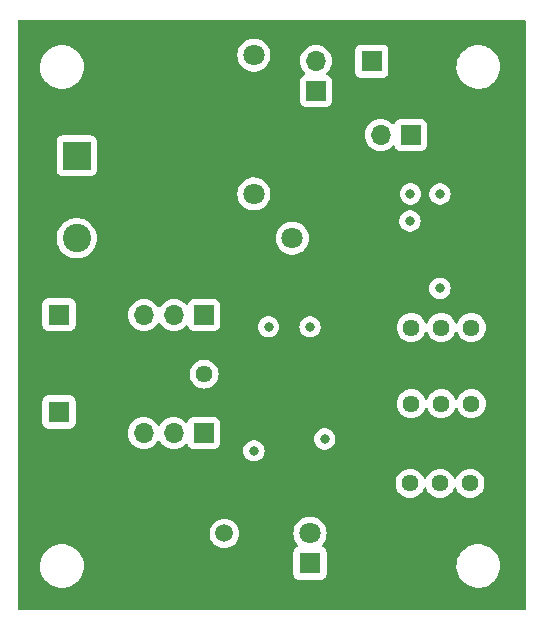
<source format=gbr>
%TF.GenerationSoftware,KiCad,Pcbnew,7.0.11-7.0.11~ubuntu22.04.1*%
%TF.CreationDate,2024-03-09T07:06:09+01:00*%
%TF.ProjectId,elcirc2024,656c6369-7263-4323-9032-342e6b696361,rev?*%
%TF.SameCoordinates,Original*%
%TF.FileFunction,Copper,L3,Inr*%
%TF.FilePolarity,Positive*%
%FSLAX46Y46*%
G04 Gerber Fmt 4.6, Leading zero omitted, Abs format (unit mm)*
G04 Created by KiCad (PCBNEW 7.0.11-7.0.11~ubuntu22.04.1) date 2024-03-09 07:06:09*
%MOMM*%
%LPD*%
G01*
G04 APERTURE LIST*
%TA.AperFunction,ComponentPad*%
%ADD10R,1.800000X1.800000*%
%TD*%
%TA.AperFunction,ComponentPad*%
%ADD11C,1.800000*%
%TD*%
%TA.AperFunction,ComponentPad*%
%ADD12C,1.500000*%
%TD*%
%TA.AperFunction,ComponentPad*%
%ADD13C,1.440000*%
%TD*%
%TA.AperFunction,ComponentPad*%
%ADD14R,1.700000X1.700000*%
%TD*%
%TA.AperFunction,ComponentPad*%
%ADD15O,1.700000X1.700000*%
%TD*%
%TA.AperFunction,ComponentPad*%
%ADD16R,2.400000X2.400000*%
%TD*%
%TA.AperFunction,ComponentPad*%
%ADD17C,2.400000*%
%TD*%
%TA.AperFunction,ViaPad*%
%ADD18C,1.800000*%
%TD*%
%TA.AperFunction,ViaPad*%
%ADD19C,0.800000*%
%TD*%
%TA.AperFunction,ViaPad*%
%ADD20C,1.100000*%
%TD*%
G04 APERTURE END LIST*
D10*
%TO.N,Net-(LED1-K)*%
%TO.C,LED1*%
X100000000Y-100525000D03*
D11*
%TO.N,Net-(JP3-A)*%
X100000000Y-97985000D03*
%TD*%
D12*
%TO.N,Net-(JP1-A)*%
%TO.C,PHR1*%
X92750000Y-98000000D03*
%TO.N,GNDREF*%
X92750000Y-100500000D03*
%TD*%
D10*
%TO.N,Net-(J2-Pin_1)*%
%TO.C,J2*%
X105230000Y-58000000D03*
D11*
%TO.N,GNDREF*%
X107770000Y-58000000D03*
%TD*%
D13*
%TO.N,Net-(U2D--)*%
%TO.C,TR3*%
X113657500Y-87010000D03*
%TO.N,Net-(C9-Pad1)*%
X111117500Y-87010000D03*
X108577500Y-87010000D03*
%TD*%
D14*
%TO.N,Net-(JP3-A)*%
%TO.C,JP3*%
X100500000Y-60525000D03*
D15*
%TO.N,Net-(J2-Pin_1)*%
X100500000Y-57985000D03*
%TD*%
D10*
%TO.N,Net-(J4-Pin_1)*%
%TO.C,J4*%
X78750000Y-87710000D03*
D11*
%TO.N,GNDREF*%
X78750000Y-90250000D03*
%TD*%
D14*
%TO.N,Net-(JP2-A)*%
%TO.C,JP2*%
X91025000Y-79500000D03*
D15*
%TO.N,Net-(JP2-C)*%
X88485000Y-79500000D03*
%TO.N,Net-(J3-Pin_1)*%
X85945000Y-79500000D03*
%TD*%
D14*
%TO.N,Net-(JP1-A)*%
%TO.C,JP1*%
X91000000Y-89500000D03*
D15*
%TO.N,Net-(JP1-C)*%
X88460000Y-89500000D03*
%TO.N,Net-(J4-Pin_1)*%
X85920000Y-89500000D03*
%TD*%
D16*
%TO.N,+12V*%
%TO.C,J1*%
X80250000Y-66000000D03*
D17*
%TO.N,GNDREF*%
X80250000Y-69500000D03*
%TO.N,-12V*%
X80250000Y-73000000D03*
%TD*%
D10*
%TO.N,Net-(J3-Pin_1)*%
%TO.C,J3*%
X78750000Y-79460000D03*
D11*
%TO.N,GNDREF*%
X78750000Y-82000000D03*
%TD*%
D13*
%TO.N,Net-(U2C--)*%
%TO.C,TR2*%
X113657500Y-80560000D03*
%TO.N,Net-(C9-Pad1)*%
X111117500Y-80560000D03*
X108577500Y-80560000D03*
%TD*%
%TO.N,GNDREF*%
%TO.C,TR4*%
X85950000Y-84500000D03*
X88490000Y-84500000D03*
%TO.N,Net-(JP2-A)*%
X91030000Y-84500000D03*
%TD*%
%TO.N,Net-(R8-Pad1)*%
%TO.C,TR1*%
X113550000Y-93750000D03*
%TO.N,Net-(U2A--)*%
X111010000Y-93750000D03*
X108470000Y-93750000D03*
%TD*%
D14*
%TO.N,Net-(JP4-A)*%
%TO.C,JP4*%
X108525000Y-64250000D03*
D15*
%TO.N,Net-(JP4-B)*%
X105985000Y-64250000D03*
%TD*%
D18*
%TO.N,+12V*%
X95250000Y-69250000D03*
X95250000Y-57500000D03*
D19*
X108500000Y-69250000D03*
X100000000Y-80500000D03*
X96500000Y-80500000D03*
X95250000Y-91000000D03*
%TO.N,GNDREF*%
X103250000Y-87250000D03*
X107192500Y-66307500D03*
D20*
X107000000Y-102500000D03*
D19*
X102750000Y-85135000D03*
X109750000Y-74250000D03*
X103250000Y-81750000D03*
X107250000Y-74250000D03*
X109732500Y-66267500D03*
D18*
X89750000Y-65250000D03*
%TO.N,-12V*%
X98500000Y-73000000D03*
D19*
X108462500Y-71537500D03*
X101250000Y-90000000D03*
%TO.N,Net-(U2D--)*%
X111000000Y-77250000D03*
%TO.N,Net-(U2A--)*%
X111000000Y-69250000D03*
%TD*%
%TA.AperFunction,Conductor*%
%TO.N,GNDREF*%
G36*
X118193039Y-54519685D02*
G01*
X118238794Y-54572489D01*
X118250000Y-54624000D01*
X118250000Y-104376000D01*
X118230315Y-104443039D01*
X118177511Y-104488794D01*
X118126000Y-104500000D01*
X75374000Y-104500000D01*
X75306961Y-104480315D01*
X75261206Y-104427511D01*
X75250000Y-104376000D01*
X75250000Y-100817763D01*
X77145787Y-100817763D01*
X77175413Y-101087013D01*
X77175415Y-101087024D01*
X77243926Y-101349082D01*
X77243928Y-101349088D01*
X77349870Y-101598390D01*
X77391947Y-101667335D01*
X77490979Y-101829605D01*
X77490986Y-101829615D01*
X77664253Y-102037819D01*
X77664259Y-102037824D01*
X77865998Y-102218582D01*
X78091910Y-102368044D01*
X78337176Y-102483020D01*
X78337183Y-102483022D01*
X78337185Y-102483023D01*
X78596557Y-102561057D01*
X78596564Y-102561058D01*
X78596569Y-102561060D01*
X78864561Y-102600500D01*
X78864566Y-102600500D01*
X79067629Y-102600500D01*
X79067631Y-102600500D01*
X79067636Y-102600499D01*
X79067648Y-102600499D01*
X79105191Y-102597750D01*
X79270156Y-102585677D01*
X79382758Y-102560593D01*
X79534546Y-102526782D01*
X79534548Y-102526781D01*
X79534553Y-102526780D01*
X79787558Y-102430014D01*
X80023777Y-102297441D01*
X80238177Y-102131888D01*
X80426186Y-101936881D01*
X80583799Y-101716579D01*
X80678450Y-101532482D01*
X80707649Y-101475690D01*
X80707651Y-101475684D01*
X80707656Y-101475675D01*
X80795118Y-101219305D01*
X80844319Y-100952933D01*
X80854212Y-100682235D01*
X80824586Y-100412982D01*
X80756072Y-100150912D01*
X80650130Y-99901610D01*
X80509018Y-99670390D01*
X80431406Y-99577129D01*
X80335746Y-99462180D01*
X80335740Y-99462175D01*
X80134002Y-99281418D01*
X79908092Y-99131957D01*
X79908090Y-99131956D01*
X79662824Y-99016980D01*
X79662819Y-99016978D01*
X79662814Y-99016976D01*
X79403442Y-98938942D01*
X79403428Y-98938939D01*
X79287791Y-98921921D01*
X79135439Y-98899500D01*
X78932369Y-98899500D01*
X78932351Y-98899500D01*
X78729844Y-98914323D01*
X78729831Y-98914325D01*
X78465453Y-98973217D01*
X78465446Y-98973220D01*
X78212439Y-99069987D01*
X77976226Y-99202557D01*
X77761822Y-99368112D01*
X77573822Y-99563109D01*
X77573816Y-99563116D01*
X77416202Y-99783419D01*
X77416199Y-99783424D01*
X77292350Y-100024309D01*
X77292343Y-100024327D01*
X77204884Y-100280685D01*
X77204881Y-100280699D01*
X77155681Y-100547068D01*
X77155680Y-100547075D01*
X77145787Y-100817763D01*
X75250000Y-100817763D01*
X75250000Y-98000002D01*
X91494723Y-98000002D01*
X91513793Y-98217975D01*
X91513793Y-98217979D01*
X91570422Y-98429322D01*
X91570424Y-98429326D01*
X91570425Y-98429330D01*
X91576007Y-98441300D01*
X91662897Y-98627638D01*
X91662898Y-98627639D01*
X91788402Y-98806877D01*
X91943123Y-98961598D01*
X92122361Y-99087102D01*
X92320670Y-99179575D01*
X92320676Y-99179576D01*
X92320677Y-99179577D01*
X92326749Y-99181204D01*
X92532023Y-99236207D01*
X92714926Y-99252208D01*
X92749998Y-99255277D01*
X92750000Y-99255277D01*
X92750002Y-99255277D01*
X92778254Y-99252805D01*
X92967977Y-99236207D01*
X93179330Y-99179575D01*
X93377639Y-99087102D01*
X93556877Y-98961598D01*
X93711598Y-98806877D01*
X93837102Y-98627639D01*
X93929575Y-98429330D01*
X93986207Y-98217977D01*
X94005277Y-98000000D01*
X94003965Y-97985006D01*
X98594700Y-97985006D01*
X98613864Y-98216297D01*
X98613866Y-98216308D01*
X98670842Y-98441300D01*
X98764075Y-98653848D01*
X98891016Y-98848147D01*
X98891019Y-98848151D01*
X98891021Y-98848153D01*
X98985803Y-98951114D01*
X99016724Y-99013767D01*
X99008864Y-99083193D01*
X98964716Y-99137348D01*
X98937906Y-99151277D01*
X98857669Y-99181203D01*
X98857664Y-99181206D01*
X98742455Y-99267452D01*
X98742452Y-99267455D01*
X98656206Y-99382664D01*
X98656202Y-99382671D01*
X98605908Y-99517517D01*
X98601007Y-99563109D01*
X98599501Y-99577123D01*
X98599500Y-99577135D01*
X98599500Y-101472870D01*
X98599501Y-101472876D01*
X98605908Y-101532483D01*
X98656202Y-101667328D01*
X98656206Y-101667335D01*
X98742452Y-101782544D01*
X98742455Y-101782547D01*
X98857664Y-101868793D01*
X98857671Y-101868797D01*
X98992517Y-101919091D01*
X98992516Y-101919091D01*
X98999444Y-101919835D01*
X99052127Y-101925500D01*
X100947872Y-101925499D01*
X101007483Y-101919091D01*
X101142331Y-101868796D01*
X101257546Y-101782546D01*
X101343796Y-101667331D01*
X101394091Y-101532483D01*
X101400500Y-101472873D01*
X101400500Y-100817763D01*
X112395787Y-100817763D01*
X112425413Y-101087013D01*
X112425415Y-101087024D01*
X112493926Y-101349082D01*
X112493928Y-101349088D01*
X112599870Y-101598390D01*
X112641947Y-101667335D01*
X112740979Y-101829605D01*
X112740986Y-101829615D01*
X112914253Y-102037819D01*
X112914259Y-102037824D01*
X113115998Y-102218582D01*
X113341910Y-102368044D01*
X113587176Y-102483020D01*
X113587183Y-102483022D01*
X113587185Y-102483023D01*
X113846557Y-102561057D01*
X113846564Y-102561058D01*
X113846569Y-102561060D01*
X114114561Y-102600500D01*
X114114566Y-102600500D01*
X114317629Y-102600500D01*
X114317631Y-102600500D01*
X114317636Y-102600499D01*
X114317648Y-102600499D01*
X114355191Y-102597750D01*
X114520156Y-102585677D01*
X114632758Y-102560593D01*
X114784546Y-102526782D01*
X114784548Y-102526781D01*
X114784553Y-102526780D01*
X115037558Y-102430014D01*
X115273777Y-102297441D01*
X115488177Y-102131888D01*
X115676186Y-101936881D01*
X115833799Y-101716579D01*
X115928450Y-101532482D01*
X115957649Y-101475690D01*
X115957651Y-101475684D01*
X115957656Y-101475675D01*
X116045118Y-101219305D01*
X116094319Y-100952933D01*
X116104212Y-100682235D01*
X116074586Y-100412982D01*
X116006072Y-100150912D01*
X115900130Y-99901610D01*
X115759018Y-99670390D01*
X115681406Y-99577129D01*
X115585746Y-99462180D01*
X115585740Y-99462175D01*
X115384002Y-99281418D01*
X115158092Y-99131957D01*
X115158090Y-99131956D01*
X114912824Y-99016980D01*
X114912819Y-99016978D01*
X114912814Y-99016976D01*
X114653442Y-98938942D01*
X114653428Y-98938939D01*
X114537791Y-98921921D01*
X114385439Y-98899500D01*
X114182369Y-98899500D01*
X114182351Y-98899500D01*
X113979844Y-98914323D01*
X113979831Y-98914325D01*
X113715453Y-98973217D01*
X113715446Y-98973220D01*
X113462439Y-99069987D01*
X113226226Y-99202557D01*
X113011822Y-99368112D01*
X112823822Y-99563109D01*
X112823816Y-99563116D01*
X112666202Y-99783419D01*
X112666199Y-99783424D01*
X112542350Y-100024309D01*
X112542343Y-100024327D01*
X112454884Y-100280685D01*
X112454881Y-100280699D01*
X112405681Y-100547068D01*
X112405680Y-100547075D01*
X112395787Y-100817763D01*
X101400500Y-100817763D01*
X101400499Y-99577128D01*
X101394091Y-99517517D01*
X101343796Y-99382669D01*
X101343795Y-99382668D01*
X101343793Y-99382664D01*
X101257547Y-99267455D01*
X101257544Y-99267452D01*
X101142335Y-99181206D01*
X101142328Y-99181202D01*
X101062094Y-99151277D01*
X101006160Y-99109406D01*
X100981743Y-99043941D01*
X100996595Y-98975668D01*
X101014190Y-98951121D01*
X101108979Y-98848153D01*
X101235924Y-98653849D01*
X101329157Y-98441300D01*
X101386134Y-98216305D01*
X101404057Y-98000002D01*
X101405300Y-97985006D01*
X101405300Y-97984993D01*
X101386135Y-97753702D01*
X101386133Y-97753691D01*
X101329157Y-97528699D01*
X101235924Y-97316151D01*
X101108983Y-97121852D01*
X101108980Y-97121849D01*
X101108979Y-97121847D01*
X100951784Y-96951087D01*
X100951779Y-96951083D01*
X100951777Y-96951081D01*
X100768634Y-96808535D01*
X100768628Y-96808531D01*
X100564504Y-96698064D01*
X100564495Y-96698061D01*
X100344984Y-96622702D01*
X100173282Y-96594050D01*
X100116049Y-96584500D01*
X99883951Y-96584500D01*
X99838164Y-96592140D01*
X99655015Y-96622702D01*
X99435504Y-96698061D01*
X99435495Y-96698064D01*
X99231371Y-96808531D01*
X99231365Y-96808535D01*
X99048222Y-96951081D01*
X99048219Y-96951084D01*
X98891016Y-97121852D01*
X98764075Y-97316151D01*
X98670842Y-97528699D01*
X98613866Y-97753691D01*
X98613864Y-97753702D01*
X98594700Y-97984993D01*
X98594700Y-97985006D01*
X94003965Y-97985006D01*
X93986207Y-97782023D01*
X93929575Y-97570670D01*
X93837102Y-97372362D01*
X93837100Y-97372359D01*
X93837099Y-97372357D01*
X93711599Y-97193124D01*
X93640322Y-97121847D01*
X93556877Y-97038402D01*
X93377639Y-96912898D01*
X93377640Y-96912898D01*
X93377638Y-96912897D01*
X93278484Y-96866661D01*
X93179330Y-96820425D01*
X93179326Y-96820424D01*
X93179322Y-96820422D01*
X92967977Y-96763793D01*
X92750002Y-96744723D01*
X92749998Y-96744723D01*
X92604682Y-96757436D01*
X92532023Y-96763793D01*
X92532020Y-96763793D01*
X92320677Y-96820422D01*
X92320668Y-96820426D01*
X92122361Y-96912898D01*
X92122357Y-96912900D01*
X91943121Y-97038402D01*
X91788402Y-97193121D01*
X91662900Y-97372357D01*
X91662898Y-97372361D01*
X91570426Y-97570668D01*
X91570422Y-97570677D01*
X91513793Y-97782020D01*
X91513793Y-97782024D01*
X91494723Y-97999997D01*
X91494723Y-98000002D01*
X75250000Y-98000002D01*
X75250000Y-93750001D01*
X107244838Y-93750001D01*
X107263450Y-93962741D01*
X107263452Y-93962752D01*
X107318721Y-94169022D01*
X107318723Y-94169026D01*
X107318724Y-94169030D01*
X107361171Y-94260058D01*
X107408977Y-94362578D01*
X107531472Y-94537521D01*
X107682478Y-94688527D01*
X107682481Y-94688529D01*
X107857419Y-94811021D01*
X107857421Y-94811022D01*
X107857420Y-94811022D01*
X107921936Y-94841106D01*
X108050970Y-94901276D01*
X108257253Y-94956549D01*
X108409215Y-94969844D01*
X108469998Y-94975162D01*
X108470000Y-94975162D01*
X108470002Y-94975162D01*
X108523186Y-94970508D01*
X108682747Y-94956549D01*
X108889030Y-94901276D01*
X109082581Y-94811021D01*
X109257519Y-94688529D01*
X109408529Y-94537519D01*
X109531021Y-94362581D01*
X109621276Y-94169030D01*
X109621280Y-94169013D01*
X109623130Y-94163936D01*
X109625253Y-94164709D01*
X109656576Y-94113305D01*
X109719419Y-94082766D01*
X109788796Y-94091050D01*
X109842680Y-94135528D01*
X109855827Y-94164315D01*
X109856870Y-94163936D01*
X109858722Y-94169022D01*
X109858724Y-94169030D01*
X109901171Y-94260058D01*
X109948977Y-94362578D01*
X110071472Y-94537521D01*
X110222478Y-94688527D01*
X110222481Y-94688529D01*
X110397419Y-94811021D01*
X110397421Y-94811022D01*
X110397420Y-94811022D01*
X110461936Y-94841106D01*
X110590970Y-94901276D01*
X110797253Y-94956549D01*
X110949215Y-94969844D01*
X111009998Y-94975162D01*
X111010000Y-94975162D01*
X111010002Y-94975162D01*
X111063186Y-94970508D01*
X111222747Y-94956549D01*
X111429030Y-94901276D01*
X111622581Y-94811021D01*
X111797519Y-94688529D01*
X111948529Y-94537519D01*
X112071021Y-94362581D01*
X112161276Y-94169030D01*
X112161280Y-94169013D01*
X112163130Y-94163936D01*
X112165253Y-94164709D01*
X112196576Y-94113305D01*
X112259419Y-94082766D01*
X112328796Y-94091050D01*
X112382680Y-94135528D01*
X112395827Y-94164315D01*
X112396870Y-94163936D01*
X112398722Y-94169022D01*
X112398724Y-94169030D01*
X112441171Y-94260058D01*
X112488977Y-94362578D01*
X112611472Y-94537521D01*
X112762478Y-94688527D01*
X112762481Y-94688529D01*
X112937419Y-94811021D01*
X112937421Y-94811022D01*
X112937420Y-94811022D01*
X113001936Y-94841106D01*
X113130970Y-94901276D01*
X113337253Y-94956549D01*
X113489215Y-94969844D01*
X113549998Y-94975162D01*
X113550000Y-94975162D01*
X113550002Y-94975162D01*
X113603186Y-94970508D01*
X113762747Y-94956549D01*
X113969030Y-94901276D01*
X114162581Y-94811021D01*
X114337519Y-94688529D01*
X114488529Y-94537519D01*
X114611021Y-94362581D01*
X114701276Y-94169030D01*
X114756549Y-93962747D01*
X114775162Y-93750000D01*
X114756549Y-93537253D01*
X114701276Y-93330970D01*
X114611021Y-93137419D01*
X114488529Y-92962481D01*
X114488527Y-92962478D01*
X114337521Y-92811472D01*
X114162578Y-92688977D01*
X114162579Y-92688977D01*
X114033547Y-92628809D01*
X113969030Y-92598724D01*
X113969026Y-92598723D01*
X113969022Y-92598721D01*
X113762752Y-92543452D01*
X113762748Y-92543451D01*
X113762747Y-92543451D01*
X113762746Y-92543450D01*
X113762741Y-92543450D01*
X113550002Y-92524838D01*
X113549998Y-92524838D01*
X113337258Y-92543450D01*
X113337247Y-92543452D01*
X113130977Y-92598721D01*
X113130968Y-92598725D01*
X112937421Y-92688977D01*
X112762478Y-92811472D01*
X112611472Y-92962478D01*
X112488977Y-93137421D01*
X112398725Y-93330968D01*
X112396870Y-93336064D01*
X112394749Y-93335292D01*
X112363406Y-93386710D01*
X112300558Y-93417237D01*
X112231183Y-93408939D01*
X112177307Y-93364452D01*
X112164169Y-93335685D01*
X112163130Y-93336064D01*
X112161279Y-93330983D01*
X112161276Y-93330970D01*
X112071021Y-93137419D01*
X111948529Y-92962481D01*
X111948527Y-92962478D01*
X111797521Y-92811472D01*
X111622578Y-92688977D01*
X111622579Y-92688977D01*
X111493547Y-92628809D01*
X111429030Y-92598724D01*
X111429026Y-92598723D01*
X111429022Y-92598721D01*
X111222752Y-92543452D01*
X111222748Y-92543451D01*
X111222747Y-92543451D01*
X111222746Y-92543450D01*
X111222741Y-92543450D01*
X111010002Y-92524838D01*
X111009998Y-92524838D01*
X110797258Y-92543450D01*
X110797247Y-92543452D01*
X110590977Y-92598721D01*
X110590968Y-92598725D01*
X110397421Y-92688977D01*
X110222478Y-92811472D01*
X110071472Y-92962478D01*
X109948977Y-93137421D01*
X109858725Y-93330968D01*
X109856870Y-93336064D01*
X109854749Y-93335292D01*
X109823406Y-93386710D01*
X109760558Y-93417237D01*
X109691183Y-93408939D01*
X109637307Y-93364452D01*
X109624169Y-93335685D01*
X109623130Y-93336064D01*
X109621279Y-93330983D01*
X109621276Y-93330970D01*
X109531021Y-93137419D01*
X109408529Y-92962481D01*
X109408527Y-92962478D01*
X109257521Y-92811472D01*
X109082578Y-92688977D01*
X109082579Y-92688977D01*
X108953547Y-92628809D01*
X108889030Y-92598724D01*
X108889026Y-92598723D01*
X108889022Y-92598721D01*
X108682752Y-92543452D01*
X108682748Y-92543451D01*
X108682747Y-92543451D01*
X108682746Y-92543450D01*
X108682741Y-92543450D01*
X108470002Y-92524838D01*
X108469998Y-92524838D01*
X108257258Y-92543450D01*
X108257247Y-92543452D01*
X108050977Y-92598721D01*
X108050968Y-92598725D01*
X107857421Y-92688977D01*
X107682478Y-92811472D01*
X107531472Y-92962478D01*
X107408977Y-93137421D01*
X107318725Y-93330968D01*
X107318721Y-93330977D01*
X107263452Y-93537247D01*
X107263450Y-93537258D01*
X107244838Y-93749998D01*
X107244838Y-93750001D01*
X75250000Y-93750001D01*
X75250000Y-91000000D01*
X94344540Y-91000000D01*
X94364326Y-91188256D01*
X94364327Y-91188259D01*
X94422818Y-91368277D01*
X94422821Y-91368284D01*
X94517467Y-91532216D01*
X94644129Y-91672888D01*
X94797265Y-91784148D01*
X94797270Y-91784151D01*
X94970192Y-91861142D01*
X94970197Y-91861144D01*
X95155354Y-91900500D01*
X95155355Y-91900500D01*
X95344644Y-91900500D01*
X95344646Y-91900500D01*
X95529803Y-91861144D01*
X95702730Y-91784151D01*
X95855871Y-91672888D01*
X95982533Y-91532216D01*
X96077179Y-91368284D01*
X96135674Y-91188256D01*
X96155460Y-91000000D01*
X96135674Y-90811744D01*
X96077179Y-90631716D01*
X95982533Y-90467784D01*
X95855871Y-90327112D01*
X95855870Y-90327111D01*
X95702734Y-90215851D01*
X95702729Y-90215848D01*
X95529807Y-90138857D01*
X95529802Y-90138855D01*
X95384001Y-90107865D01*
X95344646Y-90099500D01*
X95155354Y-90099500D01*
X95122897Y-90106398D01*
X94970197Y-90138855D01*
X94970192Y-90138857D01*
X94797270Y-90215848D01*
X94797265Y-90215851D01*
X94644129Y-90327111D01*
X94517466Y-90467785D01*
X94422821Y-90631715D01*
X94422818Y-90631722D01*
X94370157Y-90793797D01*
X94364326Y-90811744D01*
X94344540Y-91000000D01*
X75250000Y-91000000D01*
X75250000Y-89500000D01*
X84564341Y-89500000D01*
X84584936Y-89735403D01*
X84584938Y-89735413D01*
X84646094Y-89963655D01*
X84646096Y-89963659D01*
X84646097Y-89963663D01*
X84709439Y-90099500D01*
X84745965Y-90177830D01*
X84745967Y-90177834D01*
X84850493Y-90327111D01*
X84881505Y-90371401D01*
X85048599Y-90538495D01*
X85145384Y-90606265D01*
X85242165Y-90674032D01*
X85242167Y-90674033D01*
X85242170Y-90674035D01*
X85456337Y-90773903D01*
X85456343Y-90773904D01*
X85456344Y-90773905D01*
X85511285Y-90788626D01*
X85684592Y-90835063D01*
X85861034Y-90850500D01*
X85919999Y-90855659D01*
X85920000Y-90855659D01*
X85920001Y-90855659D01*
X85978966Y-90850500D01*
X86155408Y-90835063D01*
X86383663Y-90773903D01*
X86597830Y-90674035D01*
X86791401Y-90538495D01*
X86958495Y-90371401D01*
X87088425Y-90185842D01*
X87143002Y-90142217D01*
X87212500Y-90135023D01*
X87274855Y-90166546D01*
X87291575Y-90185842D01*
X87421500Y-90371395D01*
X87421505Y-90371401D01*
X87588599Y-90538495D01*
X87685384Y-90606265D01*
X87782165Y-90674032D01*
X87782167Y-90674033D01*
X87782170Y-90674035D01*
X87996337Y-90773903D01*
X87996343Y-90773904D01*
X87996344Y-90773905D01*
X88051285Y-90788626D01*
X88224592Y-90835063D01*
X88401034Y-90850500D01*
X88459999Y-90855659D01*
X88460000Y-90855659D01*
X88460001Y-90855659D01*
X88518966Y-90850500D01*
X88695408Y-90835063D01*
X88923663Y-90773903D01*
X89137830Y-90674035D01*
X89331401Y-90538495D01*
X89453329Y-90416566D01*
X89514648Y-90383084D01*
X89584340Y-90388068D01*
X89640274Y-90429939D01*
X89657189Y-90460917D01*
X89706202Y-90592328D01*
X89706206Y-90592335D01*
X89792452Y-90707544D01*
X89792455Y-90707547D01*
X89907664Y-90793793D01*
X89907671Y-90793797D01*
X90042517Y-90844091D01*
X90042516Y-90844091D01*
X90049444Y-90844835D01*
X90102127Y-90850500D01*
X91897872Y-90850499D01*
X91957483Y-90844091D01*
X92092331Y-90793796D01*
X92207546Y-90707546D01*
X92293796Y-90592331D01*
X92344091Y-90457483D01*
X92350500Y-90397873D01*
X92350500Y-90000000D01*
X100344540Y-90000000D01*
X100364326Y-90188256D01*
X100364327Y-90188259D01*
X100422818Y-90368277D01*
X100422821Y-90368284D01*
X100517467Y-90532216D01*
X100607063Y-90631722D01*
X100644129Y-90672888D01*
X100797265Y-90784148D01*
X100797270Y-90784151D01*
X100970192Y-90861142D01*
X100970197Y-90861144D01*
X101155354Y-90900500D01*
X101155355Y-90900500D01*
X101344644Y-90900500D01*
X101344646Y-90900500D01*
X101529803Y-90861144D01*
X101702730Y-90784151D01*
X101855871Y-90672888D01*
X101982533Y-90532216D01*
X102077179Y-90368284D01*
X102135674Y-90188256D01*
X102155460Y-90000000D01*
X102135674Y-89811744D01*
X102077179Y-89631716D01*
X101982533Y-89467784D01*
X101855871Y-89327112D01*
X101855870Y-89327111D01*
X101702734Y-89215851D01*
X101702729Y-89215848D01*
X101529807Y-89138857D01*
X101529802Y-89138855D01*
X101366245Y-89104091D01*
X101344646Y-89099500D01*
X101155354Y-89099500D01*
X101133755Y-89104091D01*
X100970197Y-89138855D01*
X100970192Y-89138857D01*
X100797270Y-89215848D01*
X100797265Y-89215851D01*
X100644129Y-89327111D01*
X100517466Y-89467785D01*
X100422821Y-89631715D01*
X100422818Y-89631722D01*
X100364327Y-89811740D01*
X100364326Y-89811744D01*
X100344540Y-90000000D01*
X92350500Y-90000000D01*
X92350499Y-88602128D01*
X92344091Y-88542517D01*
X92342810Y-88539083D01*
X92293797Y-88407671D01*
X92293793Y-88407664D01*
X92207547Y-88292455D01*
X92207544Y-88292452D01*
X92092335Y-88206206D01*
X92092328Y-88206202D01*
X91957482Y-88155908D01*
X91957483Y-88155908D01*
X91897883Y-88149501D01*
X91897881Y-88149500D01*
X91897873Y-88149500D01*
X91897864Y-88149500D01*
X90102129Y-88149500D01*
X90102123Y-88149501D01*
X90042516Y-88155908D01*
X89907671Y-88206202D01*
X89907664Y-88206206D01*
X89792455Y-88292452D01*
X89792452Y-88292455D01*
X89706206Y-88407664D01*
X89706203Y-88407669D01*
X89657189Y-88539083D01*
X89615317Y-88595016D01*
X89549853Y-88619433D01*
X89481580Y-88604581D01*
X89453326Y-88583430D01*
X89331402Y-88461506D01*
X89331395Y-88461501D01*
X89137834Y-88325967D01*
X89137830Y-88325965D01*
X89137828Y-88325964D01*
X88923663Y-88226097D01*
X88923659Y-88226096D01*
X88923655Y-88226094D01*
X88695413Y-88164938D01*
X88695403Y-88164936D01*
X88460001Y-88144341D01*
X88459999Y-88144341D01*
X88224596Y-88164936D01*
X88224586Y-88164938D01*
X87996344Y-88226094D01*
X87996335Y-88226098D01*
X87782171Y-88325964D01*
X87782169Y-88325965D01*
X87588597Y-88461505D01*
X87421505Y-88628597D01*
X87291575Y-88814158D01*
X87236998Y-88857783D01*
X87167500Y-88864977D01*
X87105145Y-88833454D01*
X87088425Y-88814158D01*
X86958494Y-88628597D01*
X86791402Y-88461506D01*
X86791395Y-88461501D01*
X86597834Y-88325967D01*
X86597830Y-88325965D01*
X86597828Y-88325964D01*
X86383663Y-88226097D01*
X86383659Y-88226096D01*
X86383655Y-88226094D01*
X86155413Y-88164938D01*
X86155403Y-88164936D01*
X85920001Y-88144341D01*
X85919999Y-88144341D01*
X85684596Y-88164936D01*
X85684586Y-88164938D01*
X85456344Y-88226094D01*
X85456335Y-88226098D01*
X85242171Y-88325964D01*
X85242169Y-88325965D01*
X85048597Y-88461505D01*
X84881505Y-88628597D01*
X84745965Y-88822169D01*
X84745964Y-88822171D01*
X84646098Y-89036335D01*
X84646094Y-89036344D01*
X84584938Y-89264586D01*
X84584936Y-89264596D01*
X84564341Y-89499999D01*
X84564341Y-89500000D01*
X75250000Y-89500000D01*
X75250000Y-88657870D01*
X77349500Y-88657870D01*
X77349501Y-88657876D01*
X77355908Y-88717483D01*
X77406202Y-88852328D01*
X77406206Y-88852335D01*
X77492452Y-88967544D01*
X77492455Y-88967547D01*
X77607664Y-89053793D01*
X77607671Y-89053797D01*
X77742517Y-89104091D01*
X77742516Y-89104091D01*
X77749444Y-89104835D01*
X77802127Y-89110500D01*
X79697872Y-89110499D01*
X79757483Y-89104091D01*
X79892331Y-89053796D01*
X80007546Y-88967546D01*
X80093796Y-88852331D01*
X80144091Y-88717483D01*
X80150500Y-88657873D01*
X80150499Y-87010001D01*
X107352338Y-87010001D01*
X107370950Y-87222741D01*
X107370952Y-87222752D01*
X107426221Y-87429022D01*
X107426223Y-87429026D01*
X107426224Y-87429030D01*
X107468671Y-87520058D01*
X107516477Y-87622578D01*
X107638972Y-87797521D01*
X107789978Y-87948527D01*
X107789981Y-87948529D01*
X107964919Y-88071021D01*
X107964921Y-88071022D01*
X107964920Y-88071022D01*
X108029436Y-88101106D01*
X108158470Y-88161276D01*
X108364753Y-88216549D01*
X108516715Y-88229844D01*
X108577498Y-88235162D01*
X108577500Y-88235162D01*
X108577502Y-88235162D01*
X108630686Y-88230508D01*
X108790247Y-88216549D01*
X108996530Y-88161276D01*
X109190081Y-88071021D01*
X109365019Y-87948529D01*
X109516029Y-87797519D01*
X109638521Y-87622581D01*
X109728776Y-87429030D01*
X109728780Y-87429013D01*
X109730630Y-87423936D01*
X109732753Y-87424709D01*
X109764076Y-87373305D01*
X109826919Y-87342766D01*
X109896296Y-87351050D01*
X109950180Y-87395528D01*
X109963327Y-87424315D01*
X109964370Y-87423936D01*
X109966222Y-87429022D01*
X109966224Y-87429030D01*
X110008671Y-87520058D01*
X110056477Y-87622578D01*
X110178972Y-87797521D01*
X110329978Y-87948527D01*
X110329981Y-87948529D01*
X110504919Y-88071021D01*
X110504921Y-88071022D01*
X110504920Y-88071022D01*
X110569436Y-88101106D01*
X110698470Y-88161276D01*
X110904753Y-88216549D01*
X111056715Y-88229844D01*
X111117498Y-88235162D01*
X111117500Y-88235162D01*
X111117502Y-88235162D01*
X111170686Y-88230508D01*
X111330247Y-88216549D01*
X111536530Y-88161276D01*
X111730081Y-88071021D01*
X111905019Y-87948529D01*
X112056029Y-87797519D01*
X112178521Y-87622581D01*
X112268776Y-87429030D01*
X112268780Y-87429013D01*
X112270630Y-87423936D01*
X112272753Y-87424709D01*
X112304076Y-87373305D01*
X112366919Y-87342766D01*
X112436296Y-87351050D01*
X112490180Y-87395528D01*
X112503327Y-87424315D01*
X112504370Y-87423936D01*
X112506222Y-87429022D01*
X112506224Y-87429030D01*
X112548671Y-87520058D01*
X112596477Y-87622578D01*
X112718972Y-87797521D01*
X112869978Y-87948527D01*
X112869981Y-87948529D01*
X113044919Y-88071021D01*
X113044921Y-88071022D01*
X113044920Y-88071022D01*
X113109436Y-88101106D01*
X113238470Y-88161276D01*
X113444753Y-88216549D01*
X113596715Y-88229844D01*
X113657498Y-88235162D01*
X113657500Y-88235162D01*
X113657502Y-88235162D01*
X113710686Y-88230508D01*
X113870247Y-88216549D01*
X114076530Y-88161276D01*
X114270081Y-88071021D01*
X114445019Y-87948529D01*
X114596029Y-87797519D01*
X114718521Y-87622581D01*
X114808776Y-87429030D01*
X114864049Y-87222747D01*
X114882662Y-87010000D01*
X114864049Y-86797253D01*
X114808776Y-86590970D01*
X114718521Y-86397419D01*
X114596029Y-86222481D01*
X114596027Y-86222478D01*
X114445021Y-86071472D01*
X114270078Y-85948977D01*
X114270079Y-85948977D01*
X114141047Y-85888809D01*
X114076530Y-85858724D01*
X114076526Y-85858723D01*
X114076522Y-85858721D01*
X113870252Y-85803452D01*
X113870248Y-85803451D01*
X113870247Y-85803451D01*
X113870246Y-85803450D01*
X113870241Y-85803450D01*
X113657502Y-85784838D01*
X113657498Y-85784838D01*
X113444758Y-85803450D01*
X113444747Y-85803452D01*
X113238477Y-85858721D01*
X113238468Y-85858725D01*
X113044921Y-85948977D01*
X112869978Y-86071472D01*
X112718972Y-86222478D01*
X112596477Y-86397421D01*
X112506225Y-86590968D01*
X112504370Y-86596064D01*
X112502249Y-86595292D01*
X112470906Y-86646710D01*
X112408058Y-86677237D01*
X112338683Y-86668939D01*
X112284807Y-86624452D01*
X112271669Y-86595685D01*
X112270630Y-86596064D01*
X112268779Y-86590983D01*
X112268776Y-86590970D01*
X112178521Y-86397419D01*
X112056029Y-86222481D01*
X112056027Y-86222478D01*
X111905021Y-86071472D01*
X111730078Y-85948977D01*
X111730079Y-85948977D01*
X111601047Y-85888809D01*
X111536530Y-85858724D01*
X111536526Y-85858723D01*
X111536522Y-85858721D01*
X111330252Y-85803452D01*
X111330248Y-85803451D01*
X111330247Y-85803451D01*
X111330246Y-85803450D01*
X111330241Y-85803450D01*
X111117502Y-85784838D01*
X111117498Y-85784838D01*
X110904758Y-85803450D01*
X110904747Y-85803452D01*
X110698477Y-85858721D01*
X110698468Y-85858725D01*
X110504921Y-85948977D01*
X110329978Y-86071472D01*
X110178972Y-86222478D01*
X110056477Y-86397421D01*
X109966225Y-86590968D01*
X109964370Y-86596064D01*
X109962249Y-86595292D01*
X109930906Y-86646710D01*
X109868058Y-86677237D01*
X109798683Y-86668939D01*
X109744807Y-86624452D01*
X109731669Y-86595685D01*
X109730630Y-86596064D01*
X109728779Y-86590983D01*
X109728776Y-86590970D01*
X109638521Y-86397419D01*
X109516029Y-86222481D01*
X109516027Y-86222478D01*
X109365021Y-86071472D01*
X109190078Y-85948977D01*
X109190079Y-85948977D01*
X109061047Y-85888809D01*
X108996530Y-85858724D01*
X108996526Y-85858723D01*
X108996522Y-85858721D01*
X108790252Y-85803452D01*
X108790248Y-85803451D01*
X108790247Y-85803451D01*
X108790246Y-85803450D01*
X108790241Y-85803450D01*
X108577502Y-85784838D01*
X108577498Y-85784838D01*
X108364758Y-85803450D01*
X108364747Y-85803452D01*
X108158477Y-85858721D01*
X108158468Y-85858725D01*
X107964921Y-85948977D01*
X107789978Y-86071472D01*
X107638972Y-86222478D01*
X107516477Y-86397421D01*
X107426225Y-86590968D01*
X107426221Y-86590977D01*
X107370952Y-86797247D01*
X107370950Y-86797258D01*
X107352338Y-87009998D01*
X107352338Y-87010001D01*
X80150499Y-87010001D01*
X80150499Y-86762128D01*
X80144091Y-86702517D01*
X80134662Y-86677237D01*
X80093797Y-86567671D01*
X80093793Y-86567664D01*
X80007547Y-86452455D01*
X80007544Y-86452452D01*
X79892335Y-86366206D01*
X79892328Y-86366202D01*
X79757482Y-86315908D01*
X79757483Y-86315908D01*
X79697883Y-86309501D01*
X79697881Y-86309500D01*
X79697873Y-86309500D01*
X79697864Y-86309500D01*
X77802129Y-86309500D01*
X77802123Y-86309501D01*
X77742516Y-86315908D01*
X77607671Y-86366202D01*
X77607664Y-86366206D01*
X77492455Y-86452452D01*
X77492452Y-86452455D01*
X77406206Y-86567664D01*
X77406202Y-86567671D01*
X77355908Y-86702517D01*
X77349501Y-86762116D01*
X77349501Y-86762123D01*
X77349500Y-86762135D01*
X77349500Y-88657870D01*
X75250000Y-88657870D01*
X75250000Y-84500001D01*
X89804838Y-84500001D01*
X89823450Y-84712741D01*
X89823452Y-84712752D01*
X89878721Y-84919022D01*
X89878723Y-84919026D01*
X89878724Y-84919030D01*
X89921171Y-85010058D01*
X89968977Y-85112578D01*
X90091472Y-85287521D01*
X90242478Y-85438527D01*
X90242481Y-85438529D01*
X90417419Y-85561021D01*
X90417421Y-85561022D01*
X90417420Y-85561022D01*
X90481936Y-85591106D01*
X90610970Y-85651276D01*
X90817253Y-85706549D01*
X90969215Y-85719844D01*
X91029998Y-85725162D01*
X91030000Y-85725162D01*
X91030002Y-85725162D01*
X91083186Y-85720508D01*
X91242747Y-85706549D01*
X91449030Y-85651276D01*
X91642581Y-85561021D01*
X91817519Y-85438529D01*
X91968529Y-85287519D01*
X92091021Y-85112581D01*
X92181276Y-84919030D01*
X92236549Y-84712747D01*
X92255162Y-84500000D01*
X92236549Y-84287253D01*
X92181276Y-84080970D01*
X92091021Y-83887419D01*
X91968529Y-83712481D01*
X91968527Y-83712478D01*
X91817521Y-83561472D01*
X91642578Y-83438977D01*
X91642579Y-83438977D01*
X91513547Y-83378809D01*
X91449030Y-83348724D01*
X91449026Y-83348723D01*
X91449022Y-83348721D01*
X91242752Y-83293452D01*
X91242748Y-83293451D01*
X91242747Y-83293451D01*
X91242746Y-83293450D01*
X91242741Y-83293450D01*
X91030002Y-83274838D01*
X91029998Y-83274838D01*
X90817258Y-83293450D01*
X90817247Y-83293452D01*
X90610977Y-83348721D01*
X90610968Y-83348725D01*
X90417421Y-83438977D01*
X90242478Y-83561472D01*
X90091472Y-83712478D01*
X89968977Y-83887421D01*
X89878725Y-84080968D01*
X89878721Y-84080977D01*
X89823452Y-84287247D01*
X89823450Y-84287258D01*
X89804838Y-84499998D01*
X89804838Y-84500001D01*
X75250000Y-84500001D01*
X75250000Y-80407870D01*
X77349500Y-80407870D01*
X77349501Y-80407876D01*
X77355908Y-80467483D01*
X77406202Y-80602328D01*
X77406206Y-80602335D01*
X77492452Y-80717544D01*
X77492455Y-80717547D01*
X77607664Y-80803793D01*
X77607671Y-80803797D01*
X77742517Y-80854091D01*
X77742516Y-80854091D01*
X77749444Y-80854835D01*
X77802127Y-80860500D01*
X79697872Y-80860499D01*
X79757483Y-80854091D01*
X79892331Y-80803796D01*
X80007546Y-80717546D01*
X80093796Y-80602331D01*
X80144091Y-80467483D01*
X80150500Y-80407873D01*
X80150500Y-79500000D01*
X84589341Y-79500000D01*
X84609936Y-79735403D01*
X84609938Y-79735413D01*
X84671094Y-79963655D01*
X84671096Y-79963659D01*
X84671097Y-79963663D01*
X84756152Y-80146064D01*
X84770965Y-80177830D01*
X84770967Y-80177834D01*
X84805560Y-80227237D01*
X84906505Y-80371401D01*
X85073599Y-80538495D01*
X85164762Y-80602328D01*
X85267165Y-80674032D01*
X85267167Y-80674033D01*
X85267170Y-80674035D01*
X85481337Y-80773903D01*
X85709592Y-80835063D01*
X85886034Y-80850500D01*
X85944999Y-80855659D01*
X85945000Y-80855659D01*
X85945001Y-80855659D01*
X86003966Y-80850500D01*
X86180408Y-80835063D01*
X86408663Y-80773903D01*
X86622830Y-80674035D01*
X86816401Y-80538495D01*
X86983495Y-80371401D01*
X87113425Y-80185842D01*
X87168002Y-80142217D01*
X87237500Y-80135023D01*
X87299855Y-80166546D01*
X87316575Y-80185842D01*
X87446500Y-80371395D01*
X87446505Y-80371401D01*
X87613599Y-80538495D01*
X87704762Y-80602328D01*
X87807165Y-80674032D01*
X87807167Y-80674033D01*
X87807170Y-80674035D01*
X88021337Y-80773903D01*
X88249592Y-80835063D01*
X88426034Y-80850500D01*
X88484999Y-80855659D01*
X88485000Y-80855659D01*
X88485001Y-80855659D01*
X88543966Y-80850500D01*
X88720408Y-80835063D01*
X88948663Y-80773903D01*
X89162830Y-80674035D01*
X89356401Y-80538495D01*
X89478329Y-80416566D01*
X89539648Y-80383084D01*
X89609340Y-80388068D01*
X89665274Y-80429939D01*
X89682189Y-80460917D01*
X89731202Y-80592328D01*
X89731206Y-80592335D01*
X89817452Y-80707544D01*
X89817455Y-80707547D01*
X89932664Y-80793793D01*
X89932671Y-80793797D01*
X90067517Y-80844091D01*
X90067516Y-80844091D01*
X90074444Y-80844835D01*
X90127127Y-80850500D01*
X91922872Y-80850499D01*
X91982483Y-80844091D01*
X92117331Y-80793796D01*
X92232546Y-80707546D01*
X92318796Y-80592331D01*
X92353233Y-80500000D01*
X95594540Y-80500000D01*
X95614326Y-80688256D01*
X95614327Y-80688259D01*
X95672818Y-80868277D01*
X95672821Y-80868284D01*
X95767467Y-81032216D01*
X95893850Y-81172578D01*
X95894129Y-81172888D01*
X96047265Y-81284148D01*
X96047270Y-81284151D01*
X96220192Y-81361142D01*
X96220197Y-81361144D01*
X96405354Y-81400500D01*
X96405355Y-81400500D01*
X96594644Y-81400500D01*
X96594646Y-81400500D01*
X96779803Y-81361144D01*
X96952730Y-81284151D01*
X97105871Y-81172888D01*
X97232533Y-81032216D01*
X97327179Y-80868284D01*
X97385674Y-80688256D01*
X97405460Y-80500000D01*
X99094540Y-80500000D01*
X99114326Y-80688256D01*
X99114327Y-80688259D01*
X99172818Y-80868277D01*
X99172821Y-80868284D01*
X99267467Y-81032216D01*
X99393850Y-81172578D01*
X99394129Y-81172888D01*
X99547265Y-81284148D01*
X99547270Y-81284151D01*
X99720192Y-81361142D01*
X99720197Y-81361144D01*
X99905354Y-81400500D01*
X99905355Y-81400500D01*
X100094644Y-81400500D01*
X100094646Y-81400500D01*
X100279803Y-81361144D01*
X100452730Y-81284151D01*
X100605871Y-81172888D01*
X100732533Y-81032216D01*
X100827179Y-80868284D01*
X100885674Y-80688256D01*
X100899154Y-80560001D01*
X107352338Y-80560001D01*
X107370950Y-80772741D01*
X107370952Y-80772752D01*
X107426221Y-80979022D01*
X107426223Y-80979026D01*
X107426224Y-80979030D01*
X107451025Y-81032216D01*
X107516477Y-81172578D01*
X107638972Y-81347521D01*
X107789978Y-81498527D01*
X107789981Y-81498529D01*
X107964919Y-81621021D01*
X107964921Y-81621022D01*
X107964920Y-81621022D01*
X108029436Y-81651106D01*
X108158470Y-81711276D01*
X108364753Y-81766549D01*
X108516715Y-81779844D01*
X108577498Y-81785162D01*
X108577500Y-81785162D01*
X108577502Y-81785162D01*
X108630686Y-81780508D01*
X108790247Y-81766549D01*
X108996530Y-81711276D01*
X109190081Y-81621021D01*
X109365019Y-81498529D01*
X109516029Y-81347519D01*
X109638521Y-81172581D01*
X109728776Y-80979030D01*
X109728780Y-80979013D01*
X109730630Y-80973936D01*
X109732753Y-80974709D01*
X109764076Y-80923305D01*
X109826919Y-80892766D01*
X109896296Y-80901050D01*
X109950180Y-80945528D01*
X109963327Y-80974315D01*
X109964370Y-80973936D01*
X109966222Y-80979022D01*
X109966224Y-80979030D01*
X109991025Y-81032216D01*
X110056477Y-81172578D01*
X110178972Y-81347521D01*
X110329978Y-81498527D01*
X110329981Y-81498529D01*
X110504919Y-81621021D01*
X110504921Y-81621022D01*
X110504920Y-81621022D01*
X110569436Y-81651106D01*
X110698470Y-81711276D01*
X110904753Y-81766549D01*
X111056715Y-81779844D01*
X111117498Y-81785162D01*
X111117500Y-81785162D01*
X111117502Y-81785162D01*
X111170686Y-81780508D01*
X111330247Y-81766549D01*
X111536530Y-81711276D01*
X111730081Y-81621021D01*
X111905019Y-81498529D01*
X112056029Y-81347519D01*
X112178521Y-81172581D01*
X112268776Y-80979030D01*
X112268780Y-80979013D01*
X112270630Y-80973936D01*
X112272753Y-80974709D01*
X112304076Y-80923305D01*
X112366919Y-80892766D01*
X112436296Y-80901050D01*
X112490180Y-80945528D01*
X112503327Y-80974315D01*
X112504370Y-80973936D01*
X112506222Y-80979022D01*
X112506224Y-80979030D01*
X112531025Y-81032216D01*
X112596477Y-81172578D01*
X112718972Y-81347521D01*
X112869978Y-81498527D01*
X112869981Y-81498529D01*
X113044919Y-81621021D01*
X113044921Y-81621022D01*
X113044920Y-81621022D01*
X113109436Y-81651106D01*
X113238470Y-81711276D01*
X113444753Y-81766549D01*
X113596715Y-81779844D01*
X113657498Y-81785162D01*
X113657500Y-81785162D01*
X113657502Y-81785162D01*
X113710686Y-81780508D01*
X113870247Y-81766549D01*
X114076530Y-81711276D01*
X114270081Y-81621021D01*
X114445019Y-81498529D01*
X114596029Y-81347519D01*
X114718521Y-81172581D01*
X114808776Y-80979030D01*
X114864049Y-80772747D01*
X114882662Y-80560000D01*
X114864049Y-80347253D01*
X114808776Y-80140970D01*
X114718521Y-79947419D01*
X114596029Y-79772481D01*
X114596027Y-79772478D01*
X114445021Y-79621472D01*
X114270078Y-79498977D01*
X114270079Y-79498977D01*
X114141047Y-79438809D01*
X114076530Y-79408724D01*
X114076526Y-79408723D01*
X114076522Y-79408721D01*
X113870252Y-79353452D01*
X113870248Y-79353451D01*
X113870247Y-79353451D01*
X113870246Y-79353450D01*
X113870241Y-79353450D01*
X113657502Y-79334838D01*
X113657498Y-79334838D01*
X113444758Y-79353450D01*
X113444747Y-79353452D01*
X113238477Y-79408721D01*
X113238468Y-79408725D01*
X113044921Y-79498977D01*
X112869978Y-79621472D01*
X112718972Y-79772478D01*
X112596477Y-79947421D01*
X112506225Y-80140968D01*
X112504370Y-80146064D01*
X112502249Y-80145292D01*
X112470906Y-80196710D01*
X112408058Y-80227237D01*
X112338683Y-80218939D01*
X112284807Y-80174452D01*
X112271669Y-80145685D01*
X112270630Y-80146064D01*
X112268779Y-80140983D01*
X112268776Y-80140970D01*
X112178521Y-79947419D01*
X112056029Y-79772481D01*
X112056027Y-79772478D01*
X111905021Y-79621472D01*
X111730078Y-79498977D01*
X111730079Y-79498977D01*
X111601047Y-79438809D01*
X111536530Y-79408724D01*
X111536526Y-79408723D01*
X111536522Y-79408721D01*
X111330252Y-79353452D01*
X111330248Y-79353451D01*
X111330247Y-79353451D01*
X111330246Y-79353450D01*
X111330241Y-79353450D01*
X111117502Y-79334838D01*
X111117498Y-79334838D01*
X110904758Y-79353450D01*
X110904747Y-79353452D01*
X110698477Y-79408721D01*
X110698468Y-79408725D01*
X110504921Y-79498977D01*
X110329978Y-79621472D01*
X110178972Y-79772478D01*
X110056477Y-79947421D01*
X109966225Y-80140968D01*
X109964370Y-80146064D01*
X109962249Y-80145292D01*
X109930906Y-80196710D01*
X109868058Y-80227237D01*
X109798683Y-80218939D01*
X109744807Y-80174452D01*
X109731669Y-80145685D01*
X109730630Y-80146064D01*
X109728779Y-80140983D01*
X109728776Y-80140970D01*
X109638521Y-79947419D01*
X109516029Y-79772481D01*
X109516027Y-79772478D01*
X109365021Y-79621472D01*
X109190078Y-79498977D01*
X109190079Y-79498977D01*
X109061047Y-79438809D01*
X108996530Y-79408724D01*
X108996526Y-79408723D01*
X108996522Y-79408721D01*
X108790252Y-79353452D01*
X108790248Y-79353451D01*
X108790247Y-79353451D01*
X108790246Y-79353450D01*
X108790241Y-79353450D01*
X108577502Y-79334838D01*
X108577498Y-79334838D01*
X108364758Y-79353450D01*
X108364747Y-79353452D01*
X108158477Y-79408721D01*
X108158468Y-79408725D01*
X107964921Y-79498977D01*
X107789978Y-79621472D01*
X107638972Y-79772478D01*
X107516477Y-79947421D01*
X107426225Y-80140968D01*
X107426221Y-80140977D01*
X107370952Y-80347247D01*
X107370950Y-80347258D01*
X107352338Y-80559998D01*
X107352338Y-80560001D01*
X100899154Y-80560001D01*
X100905460Y-80500000D01*
X100885674Y-80311744D01*
X100827179Y-80131716D01*
X100732533Y-79967784D01*
X100605871Y-79827112D01*
X100530678Y-79772481D01*
X100452734Y-79715851D01*
X100452729Y-79715848D01*
X100279807Y-79638857D01*
X100279802Y-79638855D01*
X100134001Y-79607865D01*
X100094646Y-79599500D01*
X99905354Y-79599500D01*
X99872897Y-79606398D01*
X99720197Y-79638855D01*
X99720192Y-79638857D01*
X99547270Y-79715848D01*
X99547265Y-79715851D01*
X99394129Y-79827111D01*
X99267466Y-79967785D01*
X99172821Y-80131715D01*
X99172818Y-80131722D01*
X99144480Y-80218939D01*
X99114326Y-80311744D01*
X99094540Y-80500000D01*
X97405460Y-80500000D01*
X97385674Y-80311744D01*
X97327179Y-80131716D01*
X97232533Y-79967784D01*
X97105871Y-79827112D01*
X97030678Y-79772481D01*
X96952734Y-79715851D01*
X96952729Y-79715848D01*
X96779807Y-79638857D01*
X96779802Y-79638855D01*
X96634001Y-79607865D01*
X96594646Y-79599500D01*
X96405354Y-79599500D01*
X96372897Y-79606398D01*
X96220197Y-79638855D01*
X96220192Y-79638857D01*
X96047270Y-79715848D01*
X96047265Y-79715851D01*
X95894129Y-79827111D01*
X95767466Y-79967785D01*
X95672821Y-80131715D01*
X95672818Y-80131722D01*
X95644480Y-80218939D01*
X95614326Y-80311744D01*
X95594540Y-80500000D01*
X92353233Y-80500000D01*
X92369091Y-80457483D01*
X92375500Y-80397873D01*
X92375499Y-78602128D01*
X92369091Y-78542517D01*
X92367810Y-78539083D01*
X92318797Y-78407671D01*
X92318793Y-78407664D01*
X92232547Y-78292455D01*
X92232544Y-78292452D01*
X92117335Y-78206206D01*
X92117328Y-78206202D01*
X91982482Y-78155908D01*
X91982483Y-78155908D01*
X91922883Y-78149501D01*
X91922881Y-78149500D01*
X91922873Y-78149500D01*
X91922864Y-78149500D01*
X90127129Y-78149500D01*
X90127123Y-78149501D01*
X90067516Y-78155908D01*
X89932671Y-78206202D01*
X89932664Y-78206206D01*
X89817455Y-78292452D01*
X89817452Y-78292455D01*
X89731206Y-78407664D01*
X89731203Y-78407669D01*
X89682189Y-78539083D01*
X89640317Y-78595016D01*
X89574853Y-78619433D01*
X89506580Y-78604581D01*
X89478326Y-78583430D01*
X89356402Y-78461506D01*
X89356395Y-78461501D01*
X89162834Y-78325967D01*
X89162830Y-78325965D01*
X89162828Y-78325964D01*
X88948663Y-78226097D01*
X88948659Y-78226096D01*
X88948655Y-78226094D01*
X88720413Y-78164938D01*
X88720403Y-78164936D01*
X88485001Y-78144341D01*
X88484999Y-78144341D01*
X88249596Y-78164936D01*
X88249586Y-78164938D01*
X88021344Y-78226094D01*
X88021335Y-78226098D01*
X87807171Y-78325964D01*
X87807169Y-78325965D01*
X87613597Y-78461505D01*
X87446505Y-78628597D01*
X87316575Y-78814158D01*
X87261998Y-78857783D01*
X87192500Y-78864977D01*
X87130145Y-78833454D01*
X87113425Y-78814158D01*
X86983494Y-78628597D01*
X86816402Y-78461506D01*
X86816395Y-78461501D01*
X86622834Y-78325967D01*
X86622830Y-78325965D01*
X86622828Y-78325964D01*
X86408663Y-78226097D01*
X86408659Y-78226096D01*
X86408655Y-78226094D01*
X86180413Y-78164938D01*
X86180403Y-78164936D01*
X85945001Y-78144341D01*
X85944999Y-78144341D01*
X85709596Y-78164936D01*
X85709586Y-78164938D01*
X85481344Y-78226094D01*
X85481335Y-78226098D01*
X85267171Y-78325964D01*
X85267169Y-78325965D01*
X85073597Y-78461505D01*
X84906505Y-78628597D01*
X84770965Y-78822169D01*
X84770964Y-78822171D01*
X84671098Y-79036335D01*
X84671094Y-79036344D01*
X84609938Y-79264586D01*
X84609936Y-79264596D01*
X84589341Y-79499999D01*
X84589341Y-79500000D01*
X80150500Y-79500000D01*
X80150499Y-78512128D01*
X80144091Y-78452517D01*
X80093796Y-78317669D01*
X80093795Y-78317668D01*
X80093793Y-78317664D01*
X80007547Y-78202455D01*
X80007544Y-78202452D01*
X79892335Y-78116206D01*
X79892328Y-78116202D01*
X79757482Y-78065908D01*
X79757483Y-78065908D01*
X79697883Y-78059501D01*
X79697881Y-78059500D01*
X79697873Y-78059500D01*
X79697864Y-78059500D01*
X77802129Y-78059500D01*
X77802123Y-78059501D01*
X77742516Y-78065908D01*
X77607671Y-78116202D01*
X77607664Y-78116206D01*
X77492455Y-78202452D01*
X77492452Y-78202455D01*
X77406206Y-78317664D01*
X77406202Y-78317671D01*
X77355908Y-78452517D01*
X77349501Y-78512116D01*
X77349501Y-78512123D01*
X77349500Y-78512135D01*
X77349500Y-80407870D01*
X75250000Y-80407870D01*
X75250000Y-77250000D01*
X110094540Y-77250000D01*
X110114326Y-77438256D01*
X110114327Y-77438259D01*
X110172818Y-77618277D01*
X110172821Y-77618284D01*
X110267467Y-77782216D01*
X110394129Y-77922888D01*
X110547265Y-78034148D01*
X110547270Y-78034151D01*
X110720192Y-78111142D01*
X110720197Y-78111144D01*
X110905354Y-78150500D01*
X110905355Y-78150500D01*
X111094644Y-78150500D01*
X111094646Y-78150500D01*
X111279803Y-78111144D01*
X111452730Y-78034151D01*
X111605871Y-77922888D01*
X111732533Y-77782216D01*
X111827179Y-77618284D01*
X111885674Y-77438256D01*
X111905460Y-77250000D01*
X111885674Y-77061744D01*
X111827179Y-76881716D01*
X111732533Y-76717784D01*
X111605871Y-76577112D01*
X111605870Y-76577111D01*
X111452734Y-76465851D01*
X111452729Y-76465848D01*
X111279807Y-76388857D01*
X111279802Y-76388855D01*
X111134001Y-76357865D01*
X111094646Y-76349500D01*
X110905354Y-76349500D01*
X110872897Y-76356398D01*
X110720197Y-76388855D01*
X110720192Y-76388857D01*
X110547270Y-76465848D01*
X110547265Y-76465851D01*
X110394129Y-76577111D01*
X110267466Y-76717785D01*
X110172821Y-76881715D01*
X110172818Y-76881722D01*
X110114327Y-77061740D01*
X110114326Y-77061744D01*
X110094540Y-77250000D01*
X75250000Y-77250000D01*
X75250000Y-73000004D01*
X78544732Y-73000004D01*
X78563777Y-73254154D01*
X78609915Y-73456300D01*
X78620492Y-73502637D01*
X78713607Y-73739888D01*
X78841041Y-73960612D01*
X78999950Y-74159877D01*
X79186783Y-74333232D01*
X79397366Y-74476805D01*
X79397371Y-74476807D01*
X79397372Y-74476808D01*
X79397373Y-74476809D01*
X79519328Y-74535538D01*
X79626992Y-74587387D01*
X79626993Y-74587387D01*
X79626996Y-74587389D01*
X79870542Y-74662513D01*
X80122565Y-74700500D01*
X80377435Y-74700500D01*
X80629458Y-74662513D01*
X80873004Y-74587389D01*
X81102634Y-74476805D01*
X81313217Y-74333232D01*
X81500050Y-74159877D01*
X81658959Y-73960612D01*
X81786393Y-73739888D01*
X81879508Y-73502637D01*
X81936222Y-73254157D01*
X81955268Y-73000006D01*
X97094700Y-73000006D01*
X97113864Y-73231297D01*
X97113866Y-73231308D01*
X97170842Y-73456300D01*
X97264075Y-73668848D01*
X97391016Y-73863147D01*
X97391019Y-73863151D01*
X97391021Y-73863153D01*
X97548216Y-74033913D01*
X97548219Y-74033915D01*
X97548222Y-74033918D01*
X97731365Y-74176464D01*
X97731371Y-74176468D01*
X97731374Y-74176470D01*
X97935497Y-74286936D01*
X98049487Y-74326068D01*
X98155015Y-74362297D01*
X98155017Y-74362297D01*
X98155019Y-74362298D01*
X98383951Y-74400500D01*
X98383952Y-74400500D01*
X98616048Y-74400500D01*
X98616049Y-74400500D01*
X98844981Y-74362298D01*
X99064503Y-74286936D01*
X99268626Y-74176470D01*
X99289944Y-74159878D01*
X99330129Y-74128600D01*
X99451784Y-74033913D01*
X99608979Y-73863153D01*
X99735924Y-73668849D01*
X99829157Y-73456300D01*
X99886134Y-73231305D01*
X99905300Y-73000000D01*
X99905300Y-72999995D01*
X99905300Y-72999993D01*
X99886135Y-72768702D01*
X99886133Y-72768691D01*
X99829157Y-72543699D01*
X99735924Y-72331151D01*
X99608983Y-72136852D01*
X99608980Y-72136849D01*
X99608979Y-72136847D01*
X99451784Y-71966087D01*
X99451779Y-71966083D01*
X99451777Y-71966081D01*
X99268634Y-71823535D01*
X99268628Y-71823531D01*
X99064504Y-71713064D01*
X99064495Y-71713061D01*
X98844984Y-71637702D01*
X98673282Y-71609050D01*
X98616049Y-71599500D01*
X98383951Y-71599500D01*
X98338164Y-71607140D01*
X98155015Y-71637702D01*
X97935504Y-71713061D01*
X97935495Y-71713064D01*
X97731371Y-71823531D01*
X97731365Y-71823535D01*
X97548222Y-71966081D01*
X97548219Y-71966084D01*
X97391016Y-72136852D01*
X97264075Y-72331151D01*
X97170842Y-72543699D01*
X97113866Y-72768691D01*
X97113864Y-72768702D01*
X97094700Y-72999993D01*
X97094700Y-73000006D01*
X81955268Y-73000006D01*
X81955268Y-73000000D01*
X81955267Y-72999993D01*
X81936222Y-72745845D01*
X81879509Y-72497369D01*
X81879508Y-72497363D01*
X81786393Y-72260112D01*
X81658959Y-72039388D01*
X81500050Y-71840123D01*
X81313217Y-71666768D01*
X81123616Y-71537500D01*
X107557040Y-71537500D01*
X107576826Y-71725756D01*
X107576827Y-71725759D01*
X107635318Y-71905777D01*
X107635321Y-71905784D01*
X107729967Y-72069716D01*
X107790417Y-72136852D01*
X107856629Y-72210388D01*
X108009765Y-72321648D01*
X108009770Y-72321651D01*
X108182692Y-72398642D01*
X108182697Y-72398644D01*
X108367854Y-72438000D01*
X108367855Y-72438000D01*
X108557144Y-72438000D01*
X108557146Y-72438000D01*
X108742303Y-72398644D01*
X108915230Y-72321651D01*
X109068371Y-72210388D01*
X109195033Y-72069716D01*
X109289679Y-71905784D01*
X109348174Y-71725756D01*
X109367960Y-71537500D01*
X109348174Y-71349244D01*
X109289679Y-71169216D01*
X109195033Y-71005284D01*
X109068371Y-70864612D01*
X109068370Y-70864611D01*
X108915234Y-70753351D01*
X108915229Y-70753348D01*
X108742307Y-70676357D01*
X108742302Y-70676355D01*
X108596501Y-70645365D01*
X108557146Y-70637000D01*
X108367854Y-70637000D01*
X108335397Y-70643898D01*
X108182697Y-70676355D01*
X108182692Y-70676357D01*
X108009770Y-70753348D01*
X108009765Y-70753351D01*
X107856629Y-70864611D01*
X107729966Y-71005285D01*
X107635321Y-71169215D01*
X107635318Y-71169222D01*
X107580645Y-71337489D01*
X107576826Y-71349244D01*
X107557040Y-71537500D01*
X81123616Y-71537500D01*
X81102634Y-71523195D01*
X81102630Y-71523193D01*
X81102627Y-71523191D01*
X81102626Y-71523190D01*
X80873006Y-71412612D01*
X80873008Y-71412612D01*
X80629466Y-71337489D01*
X80629462Y-71337488D01*
X80629458Y-71337487D01*
X80508231Y-71319214D01*
X80377440Y-71299500D01*
X80377435Y-71299500D01*
X80122565Y-71299500D01*
X80122559Y-71299500D01*
X79965609Y-71323157D01*
X79870542Y-71337487D01*
X79870539Y-71337488D01*
X79870533Y-71337489D01*
X79626992Y-71412612D01*
X79397373Y-71523190D01*
X79397372Y-71523191D01*
X79186782Y-71666768D01*
X78999952Y-71840121D01*
X78999950Y-71840123D01*
X78841041Y-72039388D01*
X78713608Y-72260109D01*
X78620492Y-72497362D01*
X78620490Y-72497369D01*
X78563777Y-72745845D01*
X78544732Y-72999995D01*
X78544732Y-73000004D01*
X75250000Y-73000004D01*
X75250000Y-69250006D01*
X93844700Y-69250006D01*
X93863864Y-69481297D01*
X93863866Y-69481308D01*
X93920842Y-69706300D01*
X94014075Y-69918848D01*
X94141016Y-70113147D01*
X94141019Y-70113151D01*
X94141021Y-70113153D01*
X94298216Y-70283913D01*
X94298219Y-70283915D01*
X94298222Y-70283918D01*
X94481365Y-70426464D01*
X94481371Y-70426468D01*
X94481374Y-70426470D01*
X94685497Y-70536936D01*
X94799487Y-70576068D01*
X94905015Y-70612297D01*
X94905017Y-70612297D01*
X94905019Y-70612298D01*
X95133951Y-70650500D01*
X95133952Y-70650500D01*
X95366048Y-70650500D01*
X95366049Y-70650500D01*
X95594981Y-70612298D01*
X95814503Y-70536936D01*
X96018626Y-70426470D01*
X96201784Y-70283913D01*
X96358979Y-70113153D01*
X96485924Y-69918849D01*
X96579157Y-69706300D01*
X96636134Y-69481305D01*
X96655300Y-69250000D01*
X107594540Y-69250000D01*
X107614326Y-69438256D01*
X107614327Y-69438259D01*
X107672818Y-69618277D01*
X107672821Y-69618284D01*
X107767467Y-69782216D01*
X107890491Y-69918848D01*
X107894129Y-69922888D01*
X108047265Y-70034148D01*
X108047270Y-70034151D01*
X108220192Y-70111142D01*
X108220197Y-70111144D01*
X108405354Y-70150500D01*
X108405355Y-70150500D01*
X108594644Y-70150500D01*
X108594646Y-70150500D01*
X108779803Y-70111144D01*
X108952730Y-70034151D01*
X109105871Y-69922888D01*
X109232533Y-69782216D01*
X109327179Y-69618284D01*
X109385674Y-69438256D01*
X109405460Y-69250000D01*
X110094540Y-69250000D01*
X110114326Y-69438256D01*
X110114327Y-69438259D01*
X110172818Y-69618277D01*
X110172821Y-69618284D01*
X110267467Y-69782216D01*
X110390491Y-69918848D01*
X110394129Y-69922888D01*
X110547265Y-70034148D01*
X110547270Y-70034151D01*
X110720192Y-70111142D01*
X110720197Y-70111144D01*
X110905354Y-70150500D01*
X110905355Y-70150500D01*
X111094644Y-70150500D01*
X111094646Y-70150500D01*
X111279803Y-70111144D01*
X111452730Y-70034151D01*
X111605871Y-69922888D01*
X111732533Y-69782216D01*
X111827179Y-69618284D01*
X111885674Y-69438256D01*
X111905460Y-69250000D01*
X111885674Y-69061744D01*
X111827179Y-68881716D01*
X111732533Y-68717784D01*
X111605871Y-68577112D01*
X111605870Y-68577111D01*
X111452734Y-68465851D01*
X111452729Y-68465848D01*
X111279807Y-68388857D01*
X111279802Y-68388855D01*
X111134001Y-68357865D01*
X111094646Y-68349500D01*
X110905354Y-68349500D01*
X110872897Y-68356398D01*
X110720197Y-68388855D01*
X110720192Y-68388857D01*
X110547270Y-68465848D01*
X110547265Y-68465851D01*
X110394129Y-68577111D01*
X110267466Y-68717785D01*
X110172821Y-68881715D01*
X110172818Y-68881722D01*
X110128311Y-69018702D01*
X110114326Y-69061744D01*
X110094540Y-69250000D01*
X109405460Y-69250000D01*
X109385674Y-69061744D01*
X109327179Y-68881716D01*
X109232533Y-68717784D01*
X109105871Y-68577112D01*
X109105870Y-68577111D01*
X108952734Y-68465851D01*
X108952729Y-68465848D01*
X108779807Y-68388857D01*
X108779802Y-68388855D01*
X108634001Y-68357865D01*
X108594646Y-68349500D01*
X108405354Y-68349500D01*
X108372897Y-68356398D01*
X108220197Y-68388855D01*
X108220192Y-68388857D01*
X108047270Y-68465848D01*
X108047265Y-68465851D01*
X107894129Y-68577111D01*
X107767466Y-68717785D01*
X107672821Y-68881715D01*
X107672818Y-68881722D01*
X107628311Y-69018702D01*
X107614326Y-69061744D01*
X107594540Y-69250000D01*
X96655300Y-69250000D01*
X96655300Y-69249993D01*
X96636135Y-69018702D01*
X96636133Y-69018691D01*
X96579157Y-68793699D01*
X96485924Y-68581151D01*
X96358983Y-68386852D01*
X96358980Y-68386849D01*
X96358979Y-68386847D01*
X96201784Y-68216087D01*
X96201779Y-68216083D01*
X96201777Y-68216081D01*
X96018634Y-68073535D01*
X96018628Y-68073531D01*
X95814504Y-67963064D01*
X95814495Y-67963061D01*
X95594984Y-67887702D01*
X95423282Y-67859050D01*
X95366049Y-67849500D01*
X95133951Y-67849500D01*
X95088164Y-67857140D01*
X94905015Y-67887702D01*
X94685504Y-67963061D01*
X94685495Y-67963064D01*
X94481371Y-68073531D01*
X94481365Y-68073535D01*
X94298222Y-68216081D01*
X94298219Y-68216084D01*
X94141016Y-68386852D01*
X94014075Y-68581151D01*
X93920842Y-68793699D01*
X93863866Y-69018691D01*
X93863864Y-69018702D01*
X93844700Y-69249993D01*
X93844700Y-69250006D01*
X75250000Y-69250006D01*
X75250000Y-67247870D01*
X78549500Y-67247870D01*
X78549501Y-67247876D01*
X78555908Y-67307483D01*
X78606202Y-67442328D01*
X78606206Y-67442335D01*
X78692452Y-67557544D01*
X78692455Y-67557547D01*
X78807664Y-67643793D01*
X78807671Y-67643797D01*
X78942517Y-67694091D01*
X78942516Y-67694091D01*
X78949444Y-67694835D01*
X79002127Y-67700500D01*
X81497872Y-67700499D01*
X81557483Y-67694091D01*
X81692331Y-67643796D01*
X81807546Y-67557546D01*
X81893796Y-67442331D01*
X81944091Y-67307483D01*
X81950500Y-67247873D01*
X81950499Y-64752128D01*
X81944091Y-64692517D01*
X81893796Y-64557669D01*
X81893795Y-64557668D01*
X81893793Y-64557664D01*
X81807547Y-64442455D01*
X81807544Y-64442452D01*
X81692335Y-64356206D01*
X81692328Y-64356202D01*
X81557482Y-64305908D01*
X81557483Y-64305908D01*
X81497883Y-64299501D01*
X81497881Y-64299500D01*
X81497873Y-64299500D01*
X81497864Y-64299500D01*
X79002129Y-64299500D01*
X79002123Y-64299501D01*
X78942516Y-64305908D01*
X78807671Y-64356202D01*
X78807664Y-64356206D01*
X78692455Y-64442452D01*
X78692452Y-64442455D01*
X78606206Y-64557664D01*
X78606202Y-64557671D01*
X78555908Y-64692517D01*
X78553636Y-64713655D01*
X78549501Y-64752123D01*
X78549500Y-64752135D01*
X78549500Y-67247870D01*
X75250000Y-67247870D01*
X75250000Y-64250000D01*
X104629341Y-64250000D01*
X104649936Y-64485403D01*
X104649938Y-64485413D01*
X104711094Y-64713655D01*
X104711096Y-64713659D01*
X104711097Y-64713663D01*
X104729034Y-64752128D01*
X104810965Y-64927830D01*
X104810967Y-64927834D01*
X104919281Y-65082521D01*
X104946505Y-65121401D01*
X105113599Y-65288495D01*
X105210384Y-65356265D01*
X105307165Y-65424032D01*
X105307167Y-65424033D01*
X105307170Y-65424035D01*
X105521337Y-65523903D01*
X105749592Y-65585063D01*
X105926034Y-65600500D01*
X105984999Y-65605659D01*
X105985000Y-65605659D01*
X105985001Y-65605659D01*
X106043966Y-65600500D01*
X106220408Y-65585063D01*
X106448663Y-65523903D01*
X106662830Y-65424035D01*
X106856401Y-65288495D01*
X106978329Y-65166566D01*
X107039648Y-65133084D01*
X107109340Y-65138068D01*
X107165274Y-65179939D01*
X107182189Y-65210917D01*
X107231202Y-65342328D01*
X107231206Y-65342335D01*
X107317452Y-65457544D01*
X107317455Y-65457547D01*
X107432664Y-65543793D01*
X107432671Y-65543797D01*
X107567517Y-65594091D01*
X107567516Y-65594091D01*
X107574444Y-65594835D01*
X107627127Y-65600500D01*
X109422872Y-65600499D01*
X109482483Y-65594091D01*
X109617331Y-65543796D01*
X109732546Y-65457546D01*
X109818796Y-65342331D01*
X109869091Y-65207483D01*
X109875500Y-65147873D01*
X109875499Y-63352128D01*
X109869091Y-63292517D01*
X109867810Y-63289083D01*
X109818797Y-63157671D01*
X109818793Y-63157664D01*
X109732547Y-63042455D01*
X109732544Y-63042452D01*
X109617335Y-62956206D01*
X109617328Y-62956202D01*
X109482482Y-62905908D01*
X109482483Y-62905908D01*
X109422883Y-62899501D01*
X109422881Y-62899500D01*
X109422873Y-62899500D01*
X109422864Y-62899500D01*
X107627129Y-62899500D01*
X107627123Y-62899501D01*
X107567516Y-62905908D01*
X107432671Y-62956202D01*
X107432664Y-62956206D01*
X107317455Y-63042452D01*
X107317452Y-63042455D01*
X107231206Y-63157664D01*
X107231203Y-63157669D01*
X107182189Y-63289083D01*
X107140317Y-63345016D01*
X107074853Y-63369433D01*
X107006580Y-63354581D01*
X106978326Y-63333430D01*
X106856402Y-63211506D01*
X106856395Y-63211501D01*
X106662834Y-63075967D01*
X106662830Y-63075965D01*
X106662828Y-63075964D01*
X106448663Y-62976097D01*
X106448659Y-62976096D01*
X106448655Y-62976094D01*
X106220413Y-62914938D01*
X106220403Y-62914936D01*
X105985001Y-62894341D01*
X105984999Y-62894341D01*
X105749596Y-62914936D01*
X105749586Y-62914938D01*
X105521344Y-62976094D01*
X105521335Y-62976098D01*
X105307171Y-63075964D01*
X105307169Y-63075965D01*
X105113597Y-63211505D01*
X104946505Y-63378597D01*
X104810965Y-63572169D01*
X104810964Y-63572171D01*
X104711098Y-63786335D01*
X104711094Y-63786344D01*
X104649938Y-64014586D01*
X104649936Y-64014596D01*
X104629341Y-64249999D01*
X104629341Y-64250000D01*
X75250000Y-64250000D01*
X75250000Y-58567763D01*
X77145787Y-58567763D01*
X77175413Y-58837013D01*
X77175415Y-58837024D01*
X77237592Y-59074853D01*
X77243928Y-59099088D01*
X77349870Y-59348390D01*
X77421998Y-59466575D01*
X77490979Y-59579605D01*
X77490986Y-59579615D01*
X77664253Y-59787819D01*
X77664259Y-59787824D01*
X77865998Y-59968582D01*
X78091910Y-60118044D01*
X78337176Y-60233020D01*
X78337183Y-60233022D01*
X78337185Y-60233023D01*
X78596557Y-60311057D01*
X78596564Y-60311058D01*
X78596569Y-60311060D01*
X78864561Y-60350500D01*
X78864566Y-60350500D01*
X79067629Y-60350500D01*
X79067631Y-60350500D01*
X79067636Y-60350499D01*
X79067648Y-60350499D01*
X79105191Y-60347750D01*
X79270156Y-60335677D01*
X79382758Y-60310593D01*
X79534546Y-60276782D01*
X79534548Y-60276781D01*
X79534553Y-60276780D01*
X79787558Y-60180014D01*
X80023777Y-60047441D01*
X80238177Y-59881888D01*
X80426186Y-59686881D01*
X80583799Y-59466579D01*
X80691270Y-59257547D01*
X80707649Y-59225690D01*
X80707651Y-59225684D01*
X80707656Y-59225675D01*
X80795118Y-58969305D01*
X80844319Y-58702933D01*
X80854212Y-58432235D01*
X80824586Y-58162982D01*
X80756072Y-57900912D01*
X80650130Y-57651610D01*
X80557607Y-57500006D01*
X93844700Y-57500006D01*
X93863864Y-57731297D01*
X93863866Y-57731308D01*
X93920842Y-57956300D01*
X94014075Y-58168848D01*
X94141016Y-58363147D01*
X94141019Y-58363151D01*
X94141021Y-58363153D01*
X94298216Y-58533913D01*
X94298219Y-58533915D01*
X94298222Y-58533918D01*
X94481365Y-58676464D01*
X94481371Y-58676468D01*
X94481374Y-58676470D01*
X94685497Y-58786936D01*
X94799487Y-58826068D01*
X94905015Y-58862297D01*
X94905017Y-58862297D01*
X94905019Y-58862298D01*
X95133951Y-58900500D01*
X95133952Y-58900500D01*
X95366048Y-58900500D01*
X95366049Y-58900500D01*
X95594981Y-58862298D01*
X95814503Y-58786936D01*
X96018626Y-58676470D01*
X96201784Y-58533913D01*
X96358979Y-58363153D01*
X96485924Y-58168849D01*
X96566568Y-57985000D01*
X99144341Y-57985000D01*
X99164936Y-58220403D01*
X99164938Y-58220413D01*
X99226094Y-58448655D01*
X99226096Y-58448659D01*
X99226097Y-58448663D01*
X99325965Y-58662830D01*
X99325967Y-58662834D01*
X99354045Y-58702933D01*
X99461501Y-58856396D01*
X99461506Y-58856402D01*
X99583430Y-58978326D01*
X99616915Y-59039649D01*
X99611931Y-59109341D01*
X99570059Y-59165274D01*
X99539083Y-59182189D01*
X99407669Y-59231203D01*
X99407664Y-59231206D01*
X99292455Y-59317452D01*
X99292452Y-59317455D01*
X99206206Y-59432664D01*
X99206202Y-59432671D01*
X99155908Y-59567517D01*
X99149501Y-59627116D01*
X99149501Y-59627123D01*
X99149500Y-59627135D01*
X99149500Y-61422870D01*
X99149501Y-61422876D01*
X99155908Y-61482483D01*
X99206202Y-61617328D01*
X99206206Y-61617335D01*
X99292452Y-61732544D01*
X99292455Y-61732547D01*
X99407664Y-61818793D01*
X99407671Y-61818797D01*
X99542517Y-61869091D01*
X99542516Y-61869091D01*
X99549444Y-61869835D01*
X99602127Y-61875500D01*
X101397872Y-61875499D01*
X101457483Y-61869091D01*
X101592331Y-61818796D01*
X101707546Y-61732546D01*
X101793796Y-61617331D01*
X101844091Y-61482483D01*
X101850500Y-61422873D01*
X101850499Y-59627128D01*
X101844091Y-59567517D01*
X101793796Y-59432669D01*
X101793795Y-59432668D01*
X101793793Y-59432664D01*
X101707547Y-59317455D01*
X101707544Y-59317452D01*
X101592335Y-59231206D01*
X101592328Y-59231202D01*
X101460917Y-59182189D01*
X101404983Y-59140318D01*
X101380566Y-59074853D01*
X101395418Y-59006580D01*
X101416563Y-58978332D01*
X101447025Y-58947870D01*
X103829500Y-58947870D01*
X103829501Y-58947876D01*
X103835908Y-59007483D01*
X103886202Y-59142328D01*
X103886206Y-59142335D01*
X103972452Y-59257544D01*
X103972455Y-59257547D01*
X104087664Y-59343793D01*
X104087671Y-59343797D01*
X104222517Y-59394091D01*
X104222516Y-59394091D01*
X104229444Y-59394835D01*
X104282127Y-59400500D01*
X106177872Y-59400499D01*
X106237483Y-59394091D01*
X106372331Y-59343796D01*
X106487546Y-59257546D01*
X106573796Y-59142331D01*
X106624091Y-59007483D01*
X106630500Y-58947873D01*
X106630500Y-58567763D01*
X112395787Y-58567763D01*
X112425413Y-58837013D01*
X112425415Y-58837024D01*
X112487592Y-59074853D01*
X112493928Y-59099088D01*
X112599870Y-59348390D01*
X112671998Y-59466575D01*
X112740979Y-59579605D01*
X112740986Y-59579615D01*
X112914253Y-59787819D01*
X112914259Y-59787824D01*
X113115998Y-59968582D01*
X113341910Y-60118044D01*
X113587176Y-60233020D01*
X113587183Y-60233022D01*
X113587185Y-60233023D01*
X113846557Y-60311057D01*
X113846564Y-60311058D01*
X113846569Y-60311060D01*
X114114561Y-60350500D01*
X114114566Y-60350500D01*
X114317629Y-60350500D01*
X114317631Y-60350500D01*
X114317636Y-60350499D01*
X114317648Y-60350499D01*
X114355191Y-60347750D01*
X114520156Y-60335677D01*
X114632758Y-60310593D01*
X114784546Y-60276782D01*
X114784548Y-60276781D01*
X114784553Y-60276780D01*
X115037558Y-60180014D01*
X115273777Y-60047441D01*
X115488177Y-59881888D01*
X115676186Y-59686881D01*
X115833799Y-59466579D01*
X115941270Y-59257547D01*
X115957649Y-59225690D01*
X115957651Y-59225684D01*
X115957656Y-59225675D01*
X116045118Y-58969305D01*
X116094319Y-58702933D01*
X116104212Y-58432235D01*
X116074586Y-58162982D01*
X116006072Y-57900912D01*
X115900130Y-57651610D01*
X115759018Y-57420390D01*
X115669747Y-57313119D01*
X115585746Y-57212180D01*
X115585740Y-57212175D01*
X115384002Y-57031418D01*
X115158092Y-56881957D01*
X115106270Y-56857664D01*
X114912824Y-56766980D01*
X114912819Y-56766978D01*
X114912814Y-56766976D01*
X114653442Y-56688942D01*
X114653428Y-56688939D01*
X114537791Y-56671921D01*
X114385439Y-56649500D01*
X114182369Y-56649500D01*
X114182351Y-56649500D01*
X113979844Y-56664323D01*
X113979831Y-56664325D01*
X113715453Y-56723217D01*
X113715446Y-56723220D01*
X113462439Y-56819987D01*
X113226226Y-56952557D01*
X113011822Y-57118112D01*
X112823822Y-57313109D01*
X112823816Y-57313116D01*
X112666202Y-57533419D01*
X112666199Y-57533424D01*
X112542350Y-57774309D01*
X112542343Y-57774327D01*
X112454884Y-58030685D01*
X112454881Y-58030699D01*
X112405681Y-58297068D01*
X112405680Y-58297075D01*
X112395787Y-58567763D01*
X106630500Y-58567763D01*
X106630499Y-57052128D01*
X106624091Y-56992517D01*
X106582854Y-56881956D01*
X106573797Y-56857671D01*
X106573793Y-56857664D01*
X106487547Y-56742455D01*
X106487544Y-56742452D01*
X106372335Y-56656206D01*
X106372328Y-56656202D01*
X106237482Y-56605908D01*
X106237483Y-56605908D01*
X106177883Y-56599501D01*
X106177881Y-56599500D01*
X106177873Y-56599500D01*
X106177864Y-56599500D01*
X104282129Y-56599500D01*
X104282123Y-56599501D01*
X104222516Y-56605908D01*
X104087671Y-56656202D01*
X104087664Y-56656206D01*
X103972455Y-56742452D01*
X103972452Y-56742455D01*
X103886206Y-56857664D01*
X103886202Y-56857671D01*
X103835908Y-56992517D01*
X103830406Y-57043699D01*
X103829501Y-57052123D01*
X103829500Y-57052135D01*
X103829500Y-58947870D01*
X101447025Y-58947870D01*
X101538495Y-58856401D01*
X101674035Y-58662830D01*
X101773903Y-58448663D01*
X101835063Y-58220408D01*
X101855659Y-57985000D01*
X101835063Y-57749592D01*
X101773903Y-57521337D01*
X101674035Y-57307171D01*
X101647092Y-57268691D01*
X101538494Y-57113597D01*
X101371402Y-56946506D01*
X101371395Y-56946501D01*
X101177834Y-56810967D01*
X101177830Y-56810965D01*
X101083504Y-56766980D01*
X100963663Y-56711097D01*
X100963659Y-56711096D01*
X100963655Y-56711094D01*
X100735413Y-56649938D01*
X100735403Y-56649936D01*
X100500001Y-56629341D01*
X100499999Y-56629341D01*
X100264596Y-56649936D01*
X100264586Y-56649938D01*
X100036344Y-56711094D01*
X100036335Y-56711098D01*
X99822171Y-56810964D01*
X99822169Y-56810965D01*
X99628597Y-56946505D01*
X99461505Y-57113597D01*
X99325965Y-57307169D01*
X99325964Y-57307171D01*
X99226098Y-57521335D01*
X99226094Y-57521344D01*
X99164938Y-57749586D01*
X99164936Y-57749596D01*
X99144341Y-57984999D01*
X99144341Y-57985000D01*
X96566568Y-57985000D01*
X96579157Y-57956300D01*
X96636134Y-57731305D01*
X96642738Y-57651610D01*
X96655300Y-57500006D01*
X96655300Y-57499993D01*
X96636135Y-57268702D01*
X96636133Y-57268691D01*
X96579157Y-57043699D01*
X96485924Y-56831151D01*
X96358983Y-56636852D01*
X96358980Y-56636849D01*
X96358979Y-56636847D01*
X96201784Y-56466087D01*
X96201779Y-56466083D01*
X96201777Y-56466081D01*
X96018634Y-56323535D01*
X96018628Y-56323531D01*
X95814504Y-56213064D01*
X95814495Y-56213061D01*
X95594984Y-56137702D01*
X95423282Y-56109050D01*
X95366049Y-56099500D01*
X95133951Y-56099500D01*
X95088164Y-56107140D01*
X94905015Y-56137702D01*
X94685504Y-56213061D01*
X94685495Y-56213064D01*
X94481371Y-56323531D01*
X94481365Y-56323535D01*
X94298222Y-56466081D01*
X94298219Y-56466084D01*
X94141016Y-56636852D01*
X94014075Y-56831151D01*
X93920842Y-57043699D01*
X93863866Y-57268691D01*
X93863864Y-57268702D01*
X93844700Y-57499993D01*
X93844700Y-57500006D01*
X80557607Y-57500006D01*
X80509018Y-57420390D01*
X80419747Y-57313119D01*
X80335746Y-57212180D01*
X80335740Y-57212175D01*
X80134002Y-57031418D01*
X79908092Y-56881957D01*
X79856270Y-56857664D01*
X79662824Y-56766980D01*
X79662819Y-56766978D01*
X79662814Y-56766976D01*
X79403442Y-56688942D01*
X79403428Y-56688939D01*
X79287791Y-56671921D01*
X79135439Y-56649500D01*
X78932369Y-56649500D01*
X78932351Y-56649500D01*
X78729844Y-56664323D01*
X78729831Y-56664325D01*
X78465453Y-56723217D01*
X78465446Y-56723220D01*
X78212439Y-56819987D01*
X77976226Y-56952557D01*
X77761822Y-57118112D01*
X77573822Y-57313109D01*
X77573816Y-57313116D01*
X77416202Y-57533419D01*
X77416199Y-57533424D01*
X77292350Y-57774309D01*
X77292343Y-57774327D01*
X77204884Y-58030685D01*
X77204881Y-58030699D01*
X77155681Y-58297068D01*
X77155680Y-58297075D01*
X77145787Y-58567763D01*
X75250000Y-58567763D01*
X75250000Y-54624000D01*
X75269685Y-54556961D01*
X75322489Y-54511206D01*
X75374000Y-54500000D01*
X118126000Y-54500000D01*
X118193039Y-54519685D01*
G37*
%TD.AperFunction*%
%TD*%
M02*

</source>
